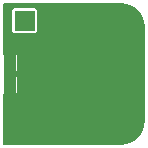
<source format=gbr>
G04 #@! TF.GenerationSoftware,KiCad,Pcbnew,(5.1.5-0-10_14)*
G04 #@! TF.CreationDate,2021-08-12T20:57:37-06:00*
G04 #@! TF.ProjectId,bias_T_launch,62696173-5f54-45f6-9c61-756e63682e6b,rev?*
G04 #@! TF.SameCoordinates,Original*
G04 #@! TF.FileFunction,Copper,L2,Bot*
G04 #@! TF.FilePolarity,Positive*
%FSLAX46Y46*%
G04 Gerber Fmt 4.6, Leading zero omitted, Abs format (unit mm)*
G04 Created by KiCad (PCBNEW (5.1.5-0-10_14)) date 2021-08-12 20:57:37*
%MOMM*%
%LPD*%
G04 APERTURE LIST*
%ADD10C,0.600000*%
%ADD11R,1.117600X3.175000*%
%ADD12R,1.700000X1.700000*%
%ADD13C,0.152400*%
G04 APERTURE END LIST*
D10*
X-2413000Y3175000D03*
X-2413000Y4191000D03*
X-2413000Y2032000D03*
X-2413000Y1143000D03*
X2413000Y3175000D03*
X2413000Y4191000D03*
X2413000Y1143000D03*
X2413000Y2032000D03*
X1143000Y-1143000D03*
X2159000Y-1143000D03*
X-1143000Y-1143000D03*
X-2286000Y-1143000D03*
X0Y-1143000D03*
X0Y1016000D03*
X0Y0D03*
X-1270000Y2032000D03*
X1270000Y2032000D03*
X0Y2032000D03*
D11*
X-5400000Y0D03*
D12*
X-4200000Y4500000D03*
D10*
X3300000Y-1500000D03*
X4200000Y-1500000D03*
X5100000Y-1500000D03*
X4200000Y1500000D03*
X3300000Y1500000D03*
X5100000Y1500000D03*
X-3900000Y1800000D03*
X-4300000Y2500000D03*
X-3100000Y-1300000D03*
X-3800000Y-1800000D03*
X-4200000Y-2500000D03*
X-4300000Y-3300000D03*
X-4300000Y-4100000D03*
X-4300000Y-4900000D03*
X-3200000Y1300000D03*
D13*
G36*
X4368717Y5862161D02*
G01*
X4723393Y5755079D01*
X5050513Y5581145D01*
X5337618Y5346987D01*
X5573775Y5061523D01*
X5749986Y4735628D01*
X5859541Y4381713D01*
X5898770Y4008475D01*
X5898800Y3999930D01*
X5898801Y-3995040D01*
X5862161Y-4368717D01*
X5755078Y-4723395D01*
X5581147Y-5050510D01*
X5346992Y-5337614D01*
X5061526Y-5573772D01*
X4735628Y-5749986D01*
X4381712Y-5859541D01*
X4008475Y-5898770D01*
X3999930Y-5898800D01*
X-5898800Y-5898800D01*
X-5898800Y-1664008D01*
X-5596850Y-1663700D01*
X-5577800Y-1644650D01*
X-5577800Y-177800D01*
X-5222200Y-177800D01*
X-5222200Y-1644650D01*
X-5203150Y-1663700D01*
X-4841200Y-1664069D01*
X-4826262Y-1662598D01*
X-4811898Y-1658241D01*
X-4798661Y-1651165D01*
X-4787058Y-1641642D01*
X-4777535Y-1630039D01*
X-4770459Y-1616802D01*
X-4766102Y-1602438D01*
X-4764631Y-1587500D01*
X-4764657Y-1489231D01*
X-2380783Y-1489231D01*
X-2338240Y-1517393D01*
X-2264195Y-1520391D01*
X-2233760Y-1517393D01*
X-2191217Y-1489231D01*
X-1237783Y-1489231D01*
X-1195240Y-1517393D01*
X-1121195Y-1520391D01*
X-1090760Y-1517393D01*
X-1048217Y-1489231D01*
X-94783Y-1489231D01*
X-52240Y-1517393D01*
X21805Y-1520391D01*
X52240Y-1517393D01*
X94783Y-1489231D01*
X1048217Y-1489231D01*
X1090760Y-1517393D01*
X1164805Y-1520391D01*
X1195240Y-1517393D01*
X1237783Y-1489231D01*
X1143000Y-1394447D01*
X1048217Y-1489231D01*
X94783Y-1489231D01*
X0Y-1394447D01*
X-94783Y-1489231D01*
X-1048217Y-1489231D01*
X-1143000Y-1394447D01*
X-1237783Y-1489231D01*
X-2191217Y-1489231D01*
X-2286000Y-1394447D01*
X-2380783Y-1489231D01*
X-4764657Y-1489231D01*
X-4764743Y-1164805D01*
X-2663391Y-1164805D01*
X-2660393Y-1195240D01*
X-2632231Y-1237783D01*
X-2537447Y-1143000D01*
X-2034553Y-1143000D01*
X-1939769Y-1237783D01*
X-1911607Y-1195240D01*
X-1910375Y-1164805D01*
X-1520391Y-1164805D01*
X-1517393Y-1195240D01*
X-1489231Y-1237783D01*
X-1394447Y-1143000D01*
X-891553Y-1143000D01*
X-796769Y-1237783D01*
X-768607Y-1195240D01*
X-767375Y-1164805D01*
X-377391Y-1164805D01*
X-374393Y-1195240D01*
X-346231Y-1237783D01*
X-251447Y-1143000D01*
X251447Y-1143000D01*
X346231Y-1237783D01*
X374393Y-1195240D01*
X375625Y-1164805D01*
X765609Y-1164805D01*
X768607Y-1195240D01*
X796769Y-1237783D01*
X891553Y-1143000D01*
X1394447Y-1143000D01*
X1489231Y-1237783D01*
X1517393Y-1195240D01*
X1520391Y-1121195D01*
X1517393Y-1090760D01*
X1489231Y-1048217D01*
X1394447Y-1143000D01*
X891553Y-1143000D01*
X796769Y-1048217D01*
X768607Y-1090760D01*
X765609Y-1164805D01*
X375625Y-1164805D01*
X377391Y-1121195D01*
X374393Y-1090760D01*
X346231Y-1048217D01*
X251447Y-1143000D01*
X-251447Y-1143000D01*
X-346231Y-1048217D01*
X-374393Y-1090760D01*
X-377391Y-1164805D01*
X-767375Y-1164805D01*
X-765609Y-1121195D01*
X-768607Y-1090760D01*
X-796769Y-1048217D01*
X-891553Y-1143000D01*
X-1394447Y-1143000D01*
X-1489231Y-1048217D01*
X-1517393Y-1090760D01*
X-1520391Y-1164805D01*
X-1910375Y-1164805D01*
X-1908609Y-1121195D01*
X-1911607Y-1090760D01*
X-1939769Y-1048217D01*
X-2034553Y-1143000D01*
X-2537447Y-1143000D01*
X-2632231Y-1048217D01*
X-2660393Y-1090760D01*
X-2663391Y-1164805D01*
X-4764743Y-1164805D01*
X-4764840Y-796769D01*
X-2380783Y-796769D01*
X-2286000Y-891553D01*
X-2191217Y-796769D01*
X-1237783Y-796769D01*
X-1143000Y-891553D01*
X-1048217Y-796769D01*
X-94783Y-796769D01*
X0Y-891553D01*
X94783Y-796769D01*
X1048217Y-796769D01*
X1143000Y-891553D01*
X1237783Y-796769D01*
X1195240Y-768607D01*
X1121195Y-765609D01*
X1090760Y-768607D01*
X1048217Y-796769D01*
X94783Y-796769D01*
X52240Y-768607D01*
X-21805Y-765609D01*
X-52240Y-768607D01*
X-94783Y-796769D01*
X-1048217Y-796769D01*
X-1090760Y-768607D01*
X-1164805Y-765609D01*
X-1195240Y-768607D01*
X-1237783Y-796769D01*
X-2191217Y-796769D01*
X-2233760Y-768607D01*
X-2307805Y-765609D01*
X-2338240Y-768607D01*
X-2380783Y-796769D01*
X-4764840Y-796769D01*
X-4764960Y-346231D01*
X-94783Y-346231D01*
X-52240Y-374393D01*
X21805Y-377391D01*
X52240Y-374393D01*
X94783Y-346231D01*
X0Y-251447D01*
X-94783Y-346231D01*
X-4764960Y-346231D01*
X-4765000Y-196850D01*
X-4784050Y-177800D01*
X-5222200Y-177800D01*
X-5577800Y-177800D01*
X-5597800Y-177800D01*
X-5597800Y-21805D01*
X-377391Y-21805D01*
X-374393Y-52240D01*
X-346231Y-94783D01*
X-251447Y0D01*
X251447Y0D01*
X346231Y-94783D01*
X374393Y-52240D01*
X377391Y21805D01*
X374393Y52240D01*
X346231Y94783D01*
X251447Y0D01*
X-251447Y0D01*
X-346231Y94783D01*
X-374393Y52240D01*
X-377391Y-21805D01*
X-5597800Y-21805D01*
X-5597800Y177800D01*
X-5577800Y177800D01*
X-5577800Y1644650D01*
X-5222200Y1644650D01*
X-5222200Y177800D01*
X-4784050Y177800D01*
X-4765000Y196850D01*
X-4764961Y346231D01*
X-94783Y346231D01*
X0Y251447D01*
X94783Y346231D01*
X52240Y374393D01*
X-21805Y377391D01*
X-52240Y374393D01*
X-94783Y346231D01*
X-4764961Y346231D01*
X-4764875Y669769D01*
X-94783Y669769D01*
X-52240Y641607D01*
X21805Y638609D01*
X52240Y641607D01*
X94783Y669769D01*
X0Y764553D01*
X-94783Y669769D01*
X-4764875Y669769D01*
X-4764841Y796769D01*
X-2507783Y796769D01*
X-2465240Y768607D01*
X-2391195Y765609D01*
X-2360760Y768607D01*
X-2318217Y796769D01*
X2318217Y796769D01*
X2360760Y768607D01*
X2434805Y765609D01*
X2465240Y768607D01*
X2507783Y796769D01*
X2413000Y891553D01*
X2318217Y796769D01*
X-2318217Y796769D01*
X-2413000Y891553D01*
X-2507783Y796769D01*
X-4764841Y796769D01*
X-4764789Y994195D01*
X-377391Y994195D01*
X-374393Y963760D01*
X-346231Y921217D01*
X-251447Y1016000D01*
X251447Y1016000D01*
X346231Y921217D01*
X374393Y963760D01*
X377391Y1037805D01*
X374393Y1068240D01*
X346231Y1110783D01*
X251447Y1016000D01*
X-251447Y1016000D01*
X-346231Y1110783D01*
X-374393Y1068240D01*
X-377391Y994195D01*
X-4764789Y994195D01*
X-4764755Y1121195D01*
X-2790391Y1121195D01*
X-2787393Y1090760D01*
X-2759231Y1048217D01*
X-2664447Y1143000D01*
X-2161553Y1143000D01*
X-2066769Y1048217D01*
X-2038607Y1090760D01*
X-2037375Y1121195D01*
X2035609Y1121195D01*
X2038607Y1090760D01*
X2066769Y1048217D01*
X2161553Y1143000D01*
X2664447Y1143000D01*
X2759231Y1048217D01*
X2787393Y1090760D01*
X2790391Y1164805D01*
X2787393Y1195240D01*
X2759231Y1237783D01*
X2664447Y1143000D01*
X2161553Y1143000D01*
X2066769Y1237783D01*
X2038607Y1195240D01*
X2035609Y1121195D01*
X-2037375Y1121195D01*
X-2035609Y1164805D01*
X-2038607Y1195240D01*
X-2066769Y1237783D01*
X-2161553Y1143000D01*
X-2664447Y1143000D01*
X-2759231Y1237783D01*
X-2787393Y1195240D01*
X-2790391Y1121195D01*
X-4764755Y1121195D01*
X-4764692Y1362231D01*
X-94783Y1362231D01*
X0Y1267447D01*
X94783Y1362231D01*
X52240Y1390393D01*
X-21805Y1393391D01*
X-52240Y1390393D01*
X-94783Y1362231D01*
X-4764692Y1362231D01*
X-4764658Y1489231D01*
X-2507783Y1489231D01*
X-2413000Y1394447D01*
X-2318217Y1489231D01*
X2318217Y1489231D01*
X2413000Y1394447D01*
X2507783Y1489231D01*
X2465240Y1517393D01*
X2391195Y1520391D01*
X2360760Y1517393D01*
X2318217Y1489231D01*
X-2318217Y1489231D01*
X-2360760Y1517393D01*
X-2434805Y1520391D01*
X-2465240Y1517393D01*
X-2507783Y1489231D01*
X-4764658Y1489231D01*
X-4764631Y1587500D01*
X-4766102Y1602438D01*
X-4770459Y1616802D01*
X-4777535Y1630039D01*
X-4787058Y1641642D01*
X-4798661Y1651165D01*
X-4811898Y1658241D01*
X-4826262Y1662598D01*
X-4841200Y1664069D01*
X-5203150Y1663700D01*
X-5222200Y1644650D01*
X-5577800Y1644650D01*
X-5596850Y1663700D01*
X-5898800Y1664008D01*
X-5898800Y1685769D01*
X-2507783Y1685769D01*
X-2465240Y1657607D01*
X-2391195Y1654609D01*
X-2360760Y1657607D01*
X-2318217Y1685769D01*
X-1364783Y1685769D01*
X-1322240Y1657607D01*
X-1248195Y1654609D01*
X-1217760Y1657607D01*
X-1175217Y1685769D01*
X-94783Y1685769D01*
X-52240Y1657607D01*
X21805Y1654609D01*
X52240Y1657607D01*
X94783Y1685769D01*
X1175217Y1685769D01*
X1217760Y1657607D01*
X1291805Y1654609D01*
X1322240Y1657607D01*
X1364783Y1685769D01*
X2318217Y1685769D01*
X2360760Y1657607D01*
X2434805Y1654609D01*
X2465240Y1657607D01*
X2507783Y1685769D01*
X2413000Y1780553D01*
X2318217Y1685769D01*
X1364783Y1685769D01*
X1270000Y1780553D01*
X1175217Y1685769D01*
X94783Y1685769D01*
X0Y1780553D01*
X-94783Y1685769D01*
X-1175217Y1685769D01*
X-1270000Y1780553D01*
X-1364783Y1685769D01*
X-2318217Y1685769D01*
X-2413000Y1780553D01*
X-2507783Y1685769D01*
X-5898800Y1685769D01*
X-5898800Y2010195D01*
X-2790391Y2010195D01*
X-2787393Y1979760D01*
X-2759231Y1937217D01*
X-2664447Y2032000D01*
X-2161553Y2032000D01*
X-2066769Y1937217D01*
X-2038607Y1979760D01*
X-2037375Y2010195D01*
X-1647391Y2010195D01*
X-1644393Y1979760D01*
X-1616231Y1937217D01*
X-1521447Y2032000D01*
X-1018553Y2032000D01*
X-923769Y1937217D01*
X-895607Y1979760D01*
X-894375Y2010195D01*
X-377391Y2010195D01*
X-374393Y1979760D01*
X-346231Y1937217D01*
X-251447Y2032000D01*
X251447Y2032000D01*
X346231Y1937217D01*
X374393Y1979760D01*
X375625Y2010195D01*
X892609Y2010195D01*
X895607Y1979760D01*
X923769Y1937217D01*
X1018553Y2032000D01*
X1521447Y2032000D01*
X1616231Y1937217D01*
X1644393Y1979760D01*
X1645625Y2010195D01*
X2035609Y2010195D01*
X2038607Y1979760D01*
X2066769Y1937217D01*
X2161553Y2032000D01*
X2664447Y2032000D01*
X2759231Y1937217D01*
X2787393Y1979760D01*
X2790391Y2053805D01*
X2787393Y2084240D01*
X2759231Y2126783D01*
X2664447Y2032000D01*
X2161553Y2032000D01*
X2066769Y2126783D01*
X2038607Y2084240D01*
X2035609Y2010195D01*
X1645625Y2010195D01*
X1647391Y2053805D01*
X1644393Y2084240D01*
X1616231Y2126783D01*
X1521447Y2032000D01*
X1018553Y2032000D01*
X923769Y2126783D01*
X895607Y2084240D01*
X892609Y2010195D01*
X375625Y2010195D01*
X377391Y2053805D01*
X374393Y2084240D01*
X346231Y2126783D01*
X251447Y2032000D01*
X-251447Y2032000D01*
X-346231Y2126783D01*
X-374393Y2084240D01*
X-377391Y2010195D01*
X-894375Y2010195D01*
X-892609Y2053805D01*
X-895607Y2084240D01*
X-923769Y2126783D01*
X-1018553Y2032000D01*
X-1521447Y2032000D01*
X-1616231Y2126783D01*
X-1644393Y2084240D01*
X-1647391Y2010195D01*
X-2037375Y2010195D01*
X-2035609Y2053805D01*
X-2038607Y2084240D01*
X-2066769Y2126783D01*
X-2161553Y2032000D01*
X-2664447Y2032000D01*
X-2759231Y2126783D01*
X-2787393Y2084240D01*
X-2790391Y2010195D01*
X-5898800Y2010195D01*
X-5898800Y2378231D01*
X-2507783Y2378231D01*
X-2413000Y2283447D01*
X-2318217Y2378231D01*
X-1364783Y2378231D01*
X-1270000Y2283447D01*
X-1175217Y2378231D01*
X-94783Y2378231D01*
X0Y2283447D01*
X94783Y2378231D01*
X1175217Y2378231D01*
X1270000Y2283447D01*
X1364783Y2378231D01*
X2318217Y2378231D01*
X2413000Y2283447D01*
X2507783Y2378231D01*
X2465240Y2406393D01*
X2391195Y2409391D01*
X2360760Y2406393D01*
X2318217Y2378231D01*
X1364783Y2378231D01*
X1322240Y2406393D01*
X1248195Y2409391D01*
X1217760Y2406393D01*
X1175217Y2378231D01*
X94783Y2378231D01*
X52240Y2406393D01*
X-21805Y2409391D01*
X-52240Y2406393D01*
X-94783Y2378231D01*
X-1175217Y2378231D01*
X-1217760Y2406393D01*
X-1291805Y2409391D01*
X-1322240Y2406393D01*
X-1364783Y2378231D01*
X-2318217Y2378231D01*
X-2360760Y2406393D01*
X-2434805Y2409391D01*
X-2465240Y2406393D01*
X-2507783Y2378231D01*
X-5898800Y2378231D01*
X-5898800Y2828769D01*
X-2507783Y2828769D01*
X-2465240Y2800607D01*
X-2391195Y2797609D01*
X-2360760Y2800607D01*
X-2318217Y2828769D01*
X2318217Y2828769D01*
X2360760Y2800607D01*
X2434805Y2797609D01*
X2465240Y2800607D01*
X2507783Y2828769D01*
X2413000Y2923553D01*
X2318217Y2828769D01*
X-2318217Y2828769D01*
X-2413000Y2923553D01*
X-2507783Y2828769D01*
X-5898800Y2828769D01*
X-5898800Y3153195D01*
X-2790391Y3153195D01*
X-2787393Y3122760D01*
X-2759231Y3080217D01*
X-2664447Y3175000D01*
X-2161553Y3175000D01*
X-2066769Y3080217D01*
X-2038607Y3122760D01*
X-2037375Y3153195D01*
X2035609Y3153195D01*
X2038607Y3122760D01*
X2066769Y3080217D01*
X2161553Y3175000D01*
X2664447Y3175000D01*
X2759231Y3080217D01*
X2787393Y3122760D01*
X2790391Y3196805D01*
X2787393Y3227240D01*
X2759231Y3269783D01*
X2664447Y3175000D01*
X2161553Y3175000D01*
X2066769Y3269783D01*
X2038607Y3227240D01*
X2035609Y3153195D01*
X-2037375Y3153195D01*
X-2035609Y3196805D01*
X-2038607Y3227240D01*
X-2066769Y3269783D01*
X-2161553Y3175000D01*
X-2664447Y3175000D01*
X-2759231Y3269783D01*
X-2787393Y3227240D01*
X-2790391Y3153195D01*
X-5898800Y3153195D01*
X-5898800Y5350000D01*
X-5330751Y5350000D01*
X-5330751Y3650000D01*
X-5325356Y3595228D01*
X-5309380Y3542561D01*
X-5283436Y3494023D01*
X-5248521Y3451479D01*
X-5205977Y3416564D01*
X-5157439Y3390620D01*
X-5104772Y3374644D01*
X-5050000Y3369249D01*
X-3350000Y3369249D01*
X-3295228Y3374644D01*
X-3242561Y3390620D01*
X-3194023Y3416564D01*
X-3151479Y3451479D01*
X-3116564Y3494023D01*
X-3102022Y3521231D01*
X-2507783Y3521231D01*
X-2413000Y3426447D01*
X-2318217Y3521231D01*
X2318217Y3521231D01*
X2413000Y3426447D01*
X2507783Y3521231D01*
X2465240Y3549393D01*
X2391195Y3552391D01*
X2360760Y3549393D01*
X2318217Y3521231D01*
X-2318217Y3521231D01*
X-2360760Y3549393D01*
X-2434805Y3552391D01*
X-2465240Y3549393D01*
X-2507783Y3521231D01*
X-3102022Y3521231D01*
X-3090620Y3542561D01*
X-3074644Y3595228D01*
X-3069249Y3650000D01*
X-3069249Y3844769D01*
X-2507783Y3844769D01*
X-2465240Y3816607D01*
X-2391195Y3813609D01*
X-2360760Y3816607D01*
X-2318217Y3844769D01*
X2318217Y3844769D01*
X2360760Y3816607D01*
X2434805Y3813609D01*
X2465240Y3816607D01*
X2507783Y3844769D01*
X2413000Y3939553D01*
X2318217Y3844769D01*
X-2318217Y3844769D01*
X-2413000Y3939553D01*
X-2507783Y3844769D01*
X-3069249Y3844769D01*
X-3069249Y4169195D01*
X-2790391Y4169195D01*
X-2787393Y4138760D01*
X-2759231Y4096217D01*
X-2664447Y4191000D01*
X-2161553Y4191000D01*
X-2066769Y4096217D01*
X-2038607Y4138760D01*
X-2037375Y4169195D01*
X2035609Y4169195D01*
X2038607Y4138760D01*
X2066769Y4096217D01*
X2161553Y4191000D01*
X2664447Y4191000D01*
X2759231Y4096217D01*
X2787393Y4138760D01*
X2790391Y4212805D01*
X2787393Y4243240D01*
X2759231Y4285783D01*
X2664447Y4191000D01*
X2161553Y4191000D01*
X2066769Y4285783D01*
X2038607Y4243240D01*
X2035609Y4169195D01*
X-2037375Y4169195D01*
X-2035609Y4212805D01*
X-2038607Y4243240D01*
X-2066769Y4285783D01*
X-2161553Y4191000D01*
X-2664447Y4191000D01*
X-2759231Y4285783D01*
X-2787393Y4243240D01*
X-2790391Y4169195D01*
X-3069249Y4169195D01*
X-3069249Y4537231D01*
X-2507783Y4537231D01*
X-2413000Y4442447D01*
X-2318217Y4537231D01*
X2318217Y4537231D01*
X2413000Y4442447D01*
X2507783Y4537231D01*
X2465240Y4565393D01*
X2391195Y4568391D01*
X2360760Y4565393D01*
X2318217Y4537231D01*
X-2318217Y4537231D01*
X-2360760Y4565393D01*
X-2434805Y4568391D01*
X-2465240Y4565393D01*
X-2507783Y4537231D01*
X-3069249Y4537231D01*
X-3069249Y5350000D01*
X-3074644Y5404772D01*
X-3090620Y5457439D01*
X-3116564Y5505977D01*
X-3151479Y5548521D01*
X-3194023Y5583436D01*
X-3242561Y5609380D01*
X-3295228Y5625356D01*
X-3350000Y5630751D01*
X-5050000Y5630751D01*
X-5104772Y5625356D01*
X-5157439Y5609380D01*
X-5205977Y5583436D01*
X-5248521Y5548521D01*
X-5283436Y5505977D01*
X-5309380Y5457439D01*
X-5325356Y5404772D01*
X-5330751Y5350000D01*
X-5898800Y5350000D01*
X-5898800Y5898800D01*
X3995051Y5898800D01*
X4368717Y5862161D01*
G37*
X4368717Y5862161D02*
X4723393Y5755079D01*
X5050513Y5581145D01*
X5337618Y5346987D01*
X5573775Y5061523D01*
X5749986Y4735628D01*
X5859541Y4381713D01*
X5898770Y4008475D01*
X5898800Y3999930D01*
X5898801Y-3995040D01*
X5862161Y-4368717D01*
X5755078Y-4723395D01*
X5581147Y-5050510D01*
X5346992Y-5337614D01*
X5061526Y-5573772D01*
X4735628Y-5749986D01*
X4381712Y-5859541D01*
X4008475Y-5898770D01*
X3999930Y-5898800D01*
X-5898800Y-5898800D01*
X-5898800Y-1664008D01*
X-5596850Y-1663700D01*
X-5577800Y-1644650D01*
X-5577800Y-177800D01*
X-5222200Y-177800D01*
X-5222200Y-1644650D01*
X-5203150Y-1663700D01*
X-4841200Y-1664069D01*
X-4826262Y-1662598D01*
X-4811898Y-1658241D01*
X-4798661Y-1651165D01*
X-4787058Y-1641642D01*
X-4777535Y-1630039D01*
X-4770459Y-1616802D01*
X-4766102Y-1602438D01*
X-4764631Y-1587500D01*
X-4764657Y-1489231D01*
X-2380783Y-1489231D01*
X-2338240Y-1517393D01*
X-2264195Y-1520391D01*
X-2233760Y-1517393D01*
X-2191217Y-1489231D01*
X-1237783Y-1489231D01*
X-1195240Y-1517393D01*
X-1121195Y-1520391D01*
X-1090760Y-1517393D01*
X-1048217Y-1489231D01*
X-94783Y-1489231D01*
X-52240Y-1517393D01*
X21805Y-1520391D01*
X52240Y-1517393D01*
X94783Y-1489231D01*
X1048217Y-1489231D01*
X1090760Y-1517393D01*
X1164805Y-1520391D01*
X1195240Y-1517393D01*
X1237783Y-1489231D01*
X1143000Y-1394447D01*
X1048217Y-1489231D01*
X94783Y-1489231D01*
X0Y-1394447D01*
X-94783Y-1489231D01*
X-1048217Y-1489231D01*
X-1143000Y-1394447D01*
X-1237783Y-1489231D01*
X-2191217Y-1489231D01*
X-2286000Y-1394447D01*
X-2380783Y-1489231D01*
X-4764657Y-1489231D01*
X-4764743Y-1164805D01*
X-2663391Y-1164805D01*
X-2660393Y-1195240D01*
X-2632231Y-1237783D01*
X-2537447Y-1143000D01*
X-2034553Y-1143000D01*
X-1939769Y-1237783D01*
X-1911607Y-1195240D01*
X-1910375Y-1164805D01*
X-1520391Y-1164805D01*
X-1517393Y-1195240D01*
X-1489231Y-1237783D01*
X-1394447Y-1143000D01*
X-891553Y-1143000D01*
X-796769Y-1237783D01*
X-768607Y-1195240D01*
X-767375Y-1164805D01*
X-377391Y-1164805D01*
X-374393Y-1195240D01*
X-346231Y-1237783D01*
X-251447Y-1143000D01*
X251447Y-1143000D01*
X346231Y-1237783D01*
X374393Y-1195240D01*
X375625Y-1164805D01*
X765609Y-1164805D01*
X768607Y-1195240D01*
X796769Y-1237783D01*
X891553Y-1143000D01*
X1394447Y-1143000D01*
X1489231Y-1237783D01*
X1517393Y-1195240D01*
X1520391Y-1121195D01*
X1517393Y-1090760D01*
X1489231Y-1048217D01*
X1394447Y-1143000D01*
X891553Y-1143000D01*
X796769Y-1048217D01*
X768607Y-1090760D01*
X765609Y-1164805D01*
X375625Y-1164805D01*
X377391Y-1121195D01*
X374393Y-1090760D01*
X346231Y-1048217D01*
X251447Y-1143000D01*
X-251447Y-1143000D01*
X-346231Y-1048217D01*
X-374393Y-1090760D01*
X-377391Y-1164805D01*
X-767375Y-1164805D01*
X-765609Y-1121195D01*
X-768607Y-1090760D01*
X-796769Y-1048217D01*
X-891553Y-1143000D01*
X-1394447Y-1143000D01*
X-1489231Y-1048217D01*
X-1517393Y-1090760D01*
X-1520391Y-1164805D01*
X-1910375Y-1164805D01*
X-1908609Y-1121195D01*
X-1911607Y-1090760D01*
X-1939769Y-1048217D01*
X-2034553Y-1143000D01*
X-2537447Y-1143000D01*
X-2632231Y-1048217D01*
X-2660393Y-1090760D01*
X-2663391Y-1164805D01*
X-4764743Y-1164805D01*
X-4764840Y-796769D01*
X-2380783Y-796769D01*
X-2286000Y-891553D01*
X-2191217Y-796769D01*
X-1237783Y-796769D01*
X-1143000Y-891553D01*
X-1048217Y-796769D01*
X-94783Y-796769D01*
X0Y-891553D01*
X94783Y-796769D01*
X1048217Y-796769D01*
X1143000Y-891553D01*
X1237783Y-796769D01*
X1195240Y-768607D01*
X1121195Y-765609D01*
X1090760Y-768607D01*
X1048217Y-796769D01*
X94783Y-796769D01*
X52240Y-768607D01*
X-21805Y-765609D01*
X-52240Y-768607D01*
X-94783Y-796769D01*
X-1048217Y-796769D01*
X-1090760Y-768607D01*
X-1164805Y-765609D01*
X-1195240Y-768607D01*
X-1237783Y-796769D01*
X-2191217Y-796769D01*
X-2233760Y-768607D01*
X-2307805Y-765609D01*
X-2338240Y-768607D01*
X-2380783Y-796769D01*
X-4764840Y-796769D01*
X-4764960Y-346231D01*
X-94783Y-346231D01*
X-52240Y-374393D01*
X21805Y-377391D01*
X52240Y-374393D01*
X94783Y-346231D01*
X0Y-251447D01*
X-94783Y-346231D01*
X-4764960Y-346231D01*
X-4765000Y-196850D01*
X-4784050Y-177800D01*
X-5222200Y-177800D01*
X-5577800Y-177800D01*
X-5597800Y-177800D01*
X-5597800Y-21805D01*
X-377391Y-21805D01*
X-374393Y-52240D01*
X-346231Y-94783D01*
X-251447Y0D01*
X251447Y0D01*
X346231Y-94783D01*
X374393Y-52240D01*
X377391Y21805D01*
X374393Y52240D01*
X346231Y94783D01*
X251447Y0D01*
X-251447Y0D01*
X-346231Y94783D01*
X-374393Y52240D01*
X-377391Y-21805D01*
X-5597800Y-21805D01*
X-5597800Y177800D01*
X-5577800Y177800D01*
X-5577800Y1644650D01*
X-5222200Y1644650D01*
X-5222200Y177800D01*
X-4784050Y177800D01*
X-4765000Y196850D01*
X-4764961Y346231D01*
X-94783Y346231D01*
X0Y251447D01*
X94783Y346231D01*
X52240Y374393D01*
X-21805Y377391D01*
X-52240Y374393D01*
X-94783Y346231D01*
X-4764961Y346231D01*
X-4764875Y669769D01*
X-94783Y669769D01*
X-52240Y641607D01*
X21805Y638609D01*
X52240Y641607D01*
X94783Y669769D01*
X0Y764553D01*
X-94783Y669769D01*
X-4764875Y669769D01*
X-4764841Y796769D01*
X-2507783Y796769D01*
X-2465240Y768607D01*
X-2391195Y765609D01*
X-2360760Y768607D01*
X-2318217Y796769D01*
X2318217Y796769D01*
X2360760Y768607D01*
X2434805Y765609D01*
X2465240Y768607D01*
X2507783Y796769D01*
X2413000Y891553D01*
X2318217Y796769D01*
X-2318217Y796769D01*
X-2413000Y891553D01*
X-2507783Y796769D01*
X-4764841Y796769D01*
X-4764789Y994195D01*
X-377391Y994195D01*
X-374393Y963760D01*
X-346231Y921217D01*
X-251447Y1016000D01*
X251447Y1016000D01*
X346231Y921217D01*
X374393Y963760D01*
X377391Y1037805D01*
X374393Y1068240D01*
X346231Y1110783D01*
X251447Y1016000D01*
X-251447Y1016000D01*
X-346231Y1110783D01*
X-374393Y1068240D01*
X-377391Y994195D01*
X-4764789Y994195D01*
X-4764755Y1121195D01*
X-2790391Y1121195D01*
X-2787393Y1090760D01*
X-2759231Y1048217D01*
X-2664447Y1143000D01*
X-2161553Y1143000D01*
X-2066769Y1048217D01*
X-2038607Y1090760D01*
X-2037375Y1121195D01*
X2035609Y1121195D01*
X2038607Y1090760D01*
X2066769Y1048217D01*
X2161553Y1143000D01*
X2664447Y1143000D01*
X2759231Y1048217D01*
X2787393Y1090760D01*
X2790391Y1164805D01*
X2787393Y1195240D01*
X2759231Y1237783D01*
X2664447Y1143000D01*
X2161553Y1143000D01*
X2066769Y1237783D01*
X2038607Y1195240D01*
X2035609Y1121195D01*
X-2037375Y1121195D01*
X-2035609Y1164805D01*
X-2038607Y1195240D01*
X-2066769Y1237783D01*
X-2161553Y1143000D01*
X-2664447Y1143000D01*
X-2759231Y1237783D01*
X-2787393Y1195240D01*
X-2790391Y1121195D01*
X-4764755Y1121195D01*
X-4764692Y1362231D01*
X-94783Y1362231D01*
X0Y1267447D01*
X94783Y1362231D01*
X52240Y1390393D01*
X-21805Y1393391D01*
X-52240Y1390393D01*
X-94783Y1362231D01*
X-4764692Y1362231D01*
X-4764658Y1489231D01*
X-2507783Y1489231D01*
X-2413000Y1394447D01*
X-2318217Y1489231D01*
X2318217Y1489231D01*
X2413000Y1394447D01*
X2507783Y1489231D01*
X2465240Y1517393D01*
X2391195Y1520391D01*
X2360760Y1517393D01*
X2318217Y1489231D01*
X-2318217Y1489231D01*
X-2360760Y1517393D01*
X-2434805Y1520391D01*
X-2465240Y1517393D01*
X-2507783Y1489231D01*
X-4764658Y1489231D01*
X-4764631Y1587500D01*
X-4766102Y1602438D01*
X-4770459Y1616802D01*
X-4777535Y1630039D01*
X-4787058Y1641642D01*
X-4798661Y1651165D01*
X-4811898Y1658241D01*
X-4826262Y1662598D01*
X-4841200Y1664069D01*
X-5203150Y1663700D01*
X-5222200Y1644650D01*
X-5577800Y1644650D01*
X-5596850Y1663700D01*
X-5898800Y1664008D01*
X-5898800Y1685769D01*
X-2507783Y1685769D01*
X-2465240Y1657607D01*
X-2391195Y1654609D01*
X-2360760Y1657607D01*
X-2318217Y1685769D01*
X-1364783Y1685769D01*
X-1322240Y1657607D01*
X-1248195Y1654609D01*
X-1217760Y1657607D01*
X-1175217Y1685769D01*
X-94783Y1685769D01*
X-52240Y1657607D01*
X21805Y1654609D01*
X52240Y1657607D01*
X94783Y1685769D01*
X1175217Y1685769D01*
X1217760Y1657607D01*
X1291805Y1654609D01*
X1322240Y1657607D01*
X1364783Y1685769D01*
X2318217Y1685769D01*
X2360760Y1657607D01*
X2434805Y1654609D01*
X2465240Y1657607D01*
X2507783Y1685769D01*
X2413000Y1780553D01*
X2318217Y1685769D01*
X1364783Y1685769D01*
X1270000Y1780553D01*
X1175217Y1685769D01*
X94783Y1685769D01*
X0Y1780553D01*
X-94783Y1685769D01*
X-1175217Y1685769D01*
X-1270000Y1780553D01*
X-1364783Y1685769D01*
X-2318217Y1685769D01*
X-2413000Y1780553D01*
X-2507783Y1685769D01*
X-5898800Y1685769D01*
X-5898800Y2010195D01*
X-2790391Y2010195D01*
X-2787393Y1979760D01*
X-2759231Y1937217D01*
X-2664447Y2032000D01*
X-2161553Y2032000D01*
X-2066769Y1937217D01*
X-2038607Y1979760D01*
X-2037375Y2010195D01*
X-1647391Y2010195D01*
X-1644393Y1979760D01*
X-1616231Y1937217D01*
X-1521447Y2032000D01*
X-1018553Y2032000D01*
X-923769Y1937217D01*
X-895607Y1979760D01*
X-894375Y2010195D01*
X-377391Y2010195D01*
X-374393Y1979760D01*
X-346231Y1937217D01*
X-251447Y2032000D01*
X251447Y2032000D01*
X346231Y1937217D01*
X374393Y1979760D01*
X375625Y2010195D01*
X892609Y2010195D01*
X895607Y1979760D01*
X923769Y1937217D01*
X1018553Y2032000D01*
X1521447Y2032000D01*
X1616231Y1937217D01*
X1644393Y1979760D01*
X1645625Y2010195D01*
X2035609Y2010195D01*
X2038607Y1979760D01*
X2066769Y1937217D01*
X2161553Y2032000D01*
X2664447Y2032000D01*
X2759231Y1937217D01*
X2787393Y1979760D01*
X2790391Y2053805D01*
X2787393Y2084240D01*
X2759231Y2126783D01*
X2664447Y2032000D01*
X2161553Y2032000D01*
X2066769Y2126783D01*
X2038607Y2084240D01*
X2035609Y2010195D01*
X1645625Y2010195D01*
X1647391Y2053805D01*
X1644393Y2084240D01*
X1616231Y2126783D01*
X1521447Y2032000D01*
X1018553Y2032000D01*
X923769Y2126783D01*
X895607Y2084240D01*
X892609Y2010195D01*
X375625Y2010195D01*
X377391Y2053805D01*
X374393Y2084240D01*
X346231Y2126783D01*
X251447Y2032000D01*
X-251447Y2032000D01*
X-346231Y2126783D01*
X-374393Y2084240D01*
X-377391Y2010195D01*
X-894375Y2010195D01*
X-892609Y2053805D01*
X-895607Y2084240D01*
X-923769Y2126783D01*
X-1018553Y2032000D01*
X-1521447Y2032000D01*
X-1616231Y2126783D01*
X-1644393Y2084240D01*
X-1647391Y2010195D01*
X-2037375Y2010195D01*
X-2035609Y2053805D01*
X-2038607Y2084240D01*
X-2066769Y2126783D01*
X-2161553Y2032000D01*
X-2664447Y2032000D01*
X-2759231Y2126783D01*
X-2787393Y2084240D01*
X-2790391Y2010195D01*
X-5898800Y2010195D01*
X-5898800Y2378231D01*
X-2507783Y2378231D01*
X-2413000Y2283447D01*
X-2318217Y2378231D01*
X-1364783Y2378231D01*
X-1270000Y2283447D01*
X-1175217Y2378231D01*
X-94783Y2378231D01*
X0Y2283447D01*
X94783Y2378231D01*
X1175217Y2378231D01*
X1270000Y2283447D01*
X1364783Y2378231D01*
X2318217Y2378231D01*
X2413000Y2283447D01*
X2507783Y2378231D01*
X2465240Y2406393D01*
X2391195Y2409391D01*
X2360760Y2406393D01*
X2318217Y2378231D01*
X1364783Y2378231D01*
X1322240Y2406393D01*
X1248195Y2409391D01*
X1217760Y2406393D01*
X1175217Y2378231D01*
X94783Y2378231D01*
X52240Y2406393D01*
X-21805Y2409391D01*
X-52240Y2406393D01*
X-94783Y2378231D01*
X-1175217Y2378231D01*
X-1217760Y2406393D01*
X-1291805Y2409391D01*
X-1322240Y2406393D01*
X-1364783Y2378231D01*
X-2318217Y2378231D01*
X-2360760Y2406393D01*
X-2434805Y2409391D01*
X-2465240Y2406393D01*
X-2507783Y2378231D01*
X-5898800Y2378231D01*
X-5898800Y2828769D01*
X-2507783Y2828769D01*
X-2465240Y2800607D01*
X-2391195Y2797609D01*
X-2360760Y2800607D01*
X-2318217Y2828769D01*
X2318217Y2828769D01*
X2360760Y2800607D01*
X2434805Y2797609D01*
X2465240Y2800607D01*
X2507783Y2828769D01*
X2413000Y2923553D01*
X2318217Y2828769D01*
X-2318217Y2828769D01*
X-2413000Y2923553D01*
X-2507783Y2828769D01*
X-5898800Y2828769D01*
X-5898800Y3153195D01*
X-2790391Y3153195D01*
X-2787393Y3122760D01*
X-2759231Y3080217D01*
X-2664447Y3175000D01*
X-2161553Y3175000D01*
X-2066769Y3080217D01*
X-2038607Y3122760D01*
X-2037375Y3153195D01*
X2035609Y3153195D01*
X2038607Y3122760D01*
X2066769Y3080217D01*
X2161553Y3175000D01*
X2664447Y3175000D01*
X2759231Y3080217D01*
X2787393Y3122760D01*
X2790391Y3196805D01*
X2787393Y3227240D01*
X2759231Y3269783D01*
X2664447Y3175000D01*
X2161553Y3175000D01*
X2066769Y3269783D01*
X2038607Y3227240D01*
X2035609Y3153195D01*
X-2037375Y3153195D01*
X-2035609Y3196805D01*
X-2038607Y3227240D01*
X-2066769Y3269783D01*
X-2161553Y3175000D01*
X-2664447Y3175000D01*
X-2759231Y3269783D01*
X-2787393Y3227240D01*
X-2790391Y3153195D01*
X-5898800Y3153195D01*
X-5898800Y5350000D01*
X-5330751Y5350000D01*
X-5330751Y3650000D01*
X-5325356Y3595228D01*
X-5309380Y3542561D01*
X-5283436Y3494023D01*
X-5248521Y3451479D01*
X-5205977Y3416564D01*
X-5157439Y3390620D01*
X-5104772Y3374644D01*
X-5050000Y3369249D01*
X-3350000Y3369249D01*
X-3295228Y3374644D01*
X-3242561Y3390620D01*
X-3194023Y3416564D01*
X-3151479Y3451479D01*
X-3116564Y3494023D01*
X-3102022Y3521231D01*
X-2507783Y3521231D01*
X-2413000Y3426447D01*
X-2318217Y3521231D01*
X2318217Y3521231D01*
X2413000Y3426447D01*
X2507783Y3521231D01*
X2465240Y3549393D01*
X2391195Y3552391D01*
X2360760Y3549393D01*
X2318217Y3521231D01*
X-2318217Y3521231D01*
X-2360760Y3549393D01*
X-2434805Y3552391D01*
X-2465240Y3549393D01*
X-2507783Y3521231D01*
X-3102022Y3521231D01*
X-3090620Y3542561D01*
X-3074644Y3595228D01*
X-3069249Y3650000D01*
X-3069249Y3844769D01*
X-2507783Y3844769D01*
X-2465240Y3816607D01*
X-2391195Y3813609D01*
X-2360760Y3816607D01*
X-2318217Y3844769D01*
X2318217Y3844769D01*
X2360760Y3816607D01*
X2434805Y3813609D01*
X2465240Y3816607D01*
X2507783Y3844769D01*
X2413000Y3939553D01*
X2318217Y3844769D01*
X-2318217Y3844769D01*
X-2413000Y3939553D01*
X-2507783Y3844769D01*
X-3069249Y3844769D01*
X-3069249Y4169195D01*
X-2790391Y4169195D01*
X-2787393Y4138760D01*
X-2759231Y4096217D01*
X-2664447Y4191000D01*
X-2161553Y4191000D01*
X-2066769Y4096217D01*
X-2038607Y4138760D01*
X-2037375Y4169195D01*
X2035609Y4169195D01*
X2038607Y4138760D01*
X2066769Y4096217D01*
X2161553Y4191000D01*
X2664447Y4191000D01*
X2759231Y4096217D01*
X2787393Y4138760D01*
X2790391Y4212805D01*
X2787393Y4243240D01*
X2759231Y4285783D01*
X2664447Y4191000D01*
X2161553Y4191000D01*
X2066769Y4285783D01*
X2038607Y4243240D01*
X2035609Y4169195D01*
X-2037375Y4169195D01*
X-2035609Y4212805D01*
X-2038607Y4243240D01*
X-2066769Y4285783D01*
X-2161553Y4191000D01*
X-2664447Y4191000D01*
X-2759231Y4285783D01*
X-2787393Y4243240D01*
X-2790391Y4169195D01*
X-3069249Y4169195D01*
X-3069249Y4537231D01*
X-2507783Y4537231D01*
X-2413000Y4442447D01*
X-2318217Y4537231D01*
X2318217Y4537231D01*
X2413000Y4442447D01*
X2507783Y4537231D01*
X2465240Y4565393D01*
X2391195Y4568391D01*
X2360760Y4565393D01*
X2318217Y4537231D01*
X-2318217Y4537231D01*
X-2360760Y4565393D01*
X-2434805Y4568391D01*
X-2465240Y4565393D01*
X-2507783Y4537231D01*
X-3069249Y4537231D01*
X-3069249Y5350000D01*
X-3074644Y5404772D01*
X-3090620Y5457439D01*
X-3116564Y5505977D01*
X-3151479Y5548521D01*
X-3194023Y5583436D01*
X-3242561Y5609380D01*
X-3295228Y5625356D01*
X-3350000Y5630751D01*
X-5050000Y5630751D01*
X-5104772Y5625356D01*
X-5157439Y5609380D01*
X-5205977Y5583436D01*
X-5248521Y5548521D01*
X-5283436Y5505977D01*
X-5309380Y5457439D01*
X-5325356Y5404772D01*
X-5330751Y5350000D01*
X-5898800Y5350000D01*
X-5898800Y5898800D01*
X3995051Y5898800D01*
X4368717Y5862161D01*
M02*

</source>
